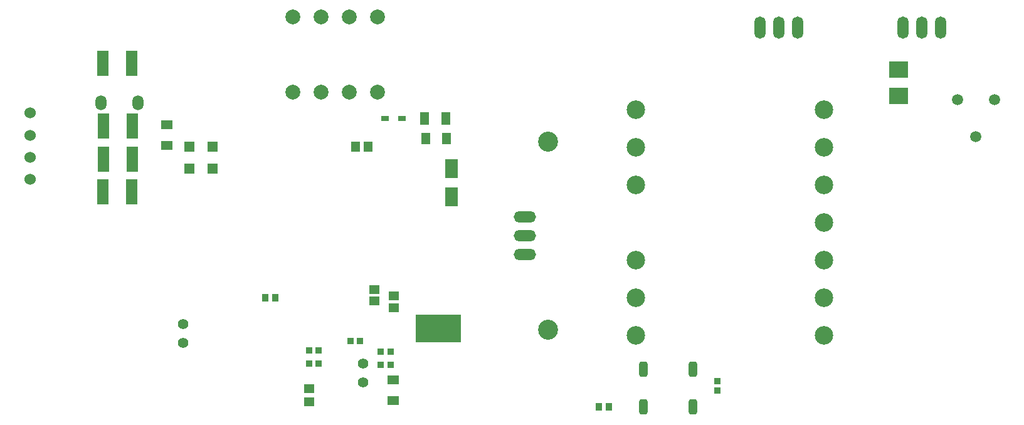
<source format=gbr>
%TF.GenerationSoftware,Altium Limited,Altium Designer,19.0.10 (269)*%
G04 Layer_Color=255*
%FSLAX26Y26*%
%MOIN*%
%TF.FileFunction,Pads,Bot*%
%TF.Part,Single*%
G01*
G75*
%TA.AperFunction,SMDPad,CuDef*%
%ADD14R,0.055118X0.051181*%
%ADD15R,0.047244X0.064961*%
%ADD21R,0.033465X0.037402*%
%ADD25R,0.244095X0.147638*%
%ADD29R,0.037402X0.033465*%
%ADD30R,0.035433X0.039370*%
%ADD36R,0.045276X0.053150*%
%ADD46R,0.039370X0.025591*%
%TA.AperFunction,ComponentPad*%
%ADD55C,0.059055*%
%ADD56C,0.078740*%
%ADD57C,0.106299*%
%ADD58O,0.118110X0.059055*%
%ADD59C,0.060000*%
%ADD60C,0.055118*%
%ADD61C,0.007874*%
%ADD62O,0.059055X0.078740*%
%ADD63O,0.059055X0.118110*%
%ADD64C,0.098425*%
%TA.AperFunction,SMDPad,CuDef*%
%ADD70R,0.064961X0.047244*%
%ADD71R,0.053150X0.045276*%
%ADD72R,0.062992X0.137795*%
G04:AMPARAMS|DCode=73|XSize=45mil|YSize=80mil|CornerRadius=11.25mil|HoleSize=0mil|Usage=FLASHONLY|Rotation=0.000|XOffset=0mil|YOffset=0mil|HoleType=Round|Shape=RoundedRectangle|*
%AMROUNDEDRECTD73*
21,1,0.045000,0.057500,0,0,0.0*
21,1,0.022500,0.080000,0,0,0.0*
1,1,0.022500,0.011250,-0.028750*
1,1,0.022500,-0.011250,-0.028750*
1,1,0.022500,-0.011250,0.028750*
1,1,0.022500,0.011250,0.028750*
%
%ADD73ROUNDEDRECTD73*%
%ADD74R,0.102362X0.088583*%
%ADD75R,0.057087X0.053150*%
%ADD76R,0.051181X0.070866*%
%ADD77R,0.068898X0.100394*%
D14*
X2283465Y1464567D02*
D03*
Y1401575D02*
D03*
X2181102Y1437008D02*
D03*
Y1500000D02*
D03*
D15*
X2452756Y2303150D02*
D03*
X2562992D02*
D03*
D21*
X2104331Y1224409D02*
D03*
X2053150D02*
D03*
X2214567Y1169626D02*
D03*
X2265748D02*
D03*
X2214567Y1098593D02*
D03*
X2265748D02*
D03*
X1883858Y1105315D02*
D03*
X1832677D02*
D03*
X1832677Y1174695D02*
D03*
X1883858D02*
D03*
D25*
X2521023Y1291181D02*
D03*
D29*
X4003937Y1012205D02*
D03*
Y961024D02*
D03*
D30*
X1601378Y1456693D02*
D03*
X1654528D02*
D03*
X3375000Y876378D02*
D03*
X3428150D02*
D03*
D36*
X2148622Y2258858D02*
D03*
X2079724D02*
D03*
D46*
X2238189Y2409449D02*
D03*
X2328740D02*
D03*
D55*
X5377953Y2311024D02*
D03*
X5279528Y2507874D02*
D03*
X5476378D02*
D03*
D56*
X2197638Y2947244D02*
D03*
Y2547244D02*
D03*
X1897638Y2947244D02*
D03*
X2047638D02*
D03*
Y2547244D02*
D03*
X1897638D02*
D03*
X1747638Y2947244D02*
D03*
Y2547244D02*
D03*
D57*
X3104338Y1285819D02*
D03*
Y2285819D02*
D03*
D58*
X2980315Y1685827D02*
D03*
Y1785827D02*
D03*
Y1885827D02*
D03*
D59*
X350394Y2438189D02*
D03*
Y2320079D02*
D03*
Y2201968D02*
D03*
Y2083858D02*
D03*
D60*
X1165354Y1216535D02*
D03*
Y1316535D02*
D03*
X2121581Y1006299D02*
D03*
Y1106299D02*
D03*
D61*
X2409409Y1291181D02*
D03*
X2450748Y1228189D02*
D03*
Y1259685D02*
D03*
Y1291181D02*
D03*
Y1322677D02*
D03*
Y1354173D02*
D03*
X2497598D02*
D03*
Y1322677D02*
D03*
Y1291181D02*
D03*
Y1259685D02*
D03*
Y1228189D02*
D03*
X2544449D02*
D03*
Y1259685D02*
D03*
Y1291181D02*
D03*
Y1322677D02*
D03*
Y1354173D02*
D03*
X2591299D02*
D03*
Y1322677D02*
D03*
Y1291181D02*
D03*
Y1259685D02*
D03*
Y1228189D02*
D03*
X2632638Y1291181D02*
D03*
D62*
X925197Y2491340D02*
D03*
X728346D02*
D03*
D63*
X5192126Y2892697D02*
D03*
X5092126D02*
D03*
X4992126D02*
D03*
X4232126D02*
D03*
X4332126D02*
D03*
X4432126D02*
D03*
D64*
X4570541Y2456546D02*
D03*
Y2256546D02*
D03*
Y2056546D02*
D03*
Y1856545D02*
D03*
Y1656545D02*
D03*
Y1456545D02*
D03*
Y1256545D02*
D03*
X3570541D02*
D03*
Y1456545D02*
D03*
Y1656545D02*
D03*
Y2056546D02*
D03*
Y2256546D02*
D03*
Y2456546D02*
D03*
D70*
X2281329Y909449D02*
D03*
Y1019685D02*
D03*
X1077953Y2265354D02*
D03*
Y2375590D02*
D03*
D71*
X1834646Y971457D02*
D03*
Y902559D02*
D03*
D72*
X738189Y2700787D02*
D03*
X891732D02*
D03*
X739764Y2368504D02*
D03*
X893307D02*
D03*
X739764Y2192126D02*
D03*
X893307D02*
D03*
X737008Y2019685D02*
D03*
X890551D02*
D03*
D73*
X3875236Y873874D02*
D03*
Y1073874D02*
D03*
X3610236D02*
D03*
Y873874D02*
D03*
D74*
X4968504Y2669685D02*
D03*
Y2529921D02*
D03*
D75*
X1321732Y2258858D02*
D03*
Y2142717D02*
D03*
X1195748Y2258858D02*
D03*
Y2142717D02*
D03*
D76*
X2561024Y2409449D02*
D03*
X2446850D02*
D03*
D77*
X2590551Y1991929D02*
D03*
Y2141929D02*
D03*
%TF.MD5,279afd6e89bdcf32b1a372cfbf7753eb*%
M02*

</source>
